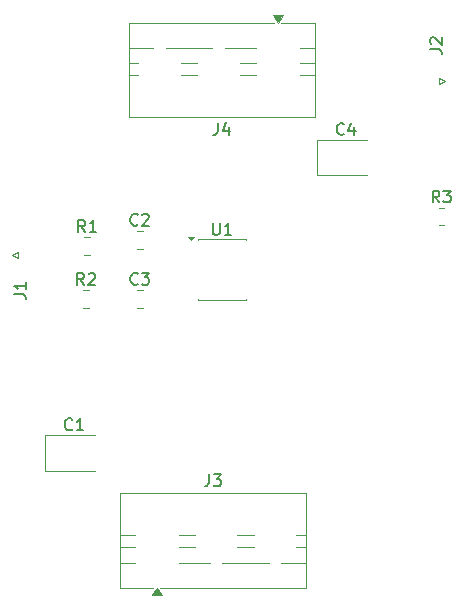
<source format=gbr>
%TF.GenerationSoftware,KiCad,Pcbnew,9.0.6*%
%TF.CreationDate,2025-12-13T21:20:45-05:00*%
%TF.ProjectId,OpAMP,4f70414d-502e-46b6-9963-61645f706362,rev?*%
%TF.SameCoordinates,Original*%
%TF.FileFunction,Legend,Top*%
%TF.FilePolarity,Positive*%
%FSLAX46Y46*%
G04 Gerber Fmt 4.6, Leading zero omitted, Abs format (unit mm)*
G04 Created by KiCad (PCBNEW 9.0.6) date 2025-12-13 21:20:45*
%MOMM*%
%LPD*%
G01*
G04 APERTURE LIST*
%ADD10C,0.150000*%
%ADD11C,0.120000*%
G04 APERTURE END LIST*
D10*
X132883333Y-80679580D02*
X132835714Y-80727200D01*
X132835714Y-80727200D02*
X132692857Y-80774819D01*
X132692857Y-80774819D02*
X132597619Y-80774819D01*
X132597619Y-80774819D02*
X132454762Y-80727200D01*
X132454762Y-80727200D02*
X132359524Y-80631961D01*
X132359524Y-80631961D02*
X132311905Y-80536723D01*
X132311905Y-80536723D02*
X132264286Y-80346247D01*
X132264286Y-80346247D02*
X132264286Y-80203390D01*
X132264286Y-80203390D02*
X132311905Y-80012914D01*
X132311905Y-80012914D02*
X132359524Y-79917676D01*
X132359524Y-79917676D02*
X132454762Y-79822438D01*
X132454762Y-79822438D02*
X132597619Y-79774819D01*
X132597619Y-79774819D02*
X132692857Y-79774819D01*
X132692857Y-79774819D02*
X132835714Y-79822438D01*
X132835714Y-79822438D02*
X132883333Y-79870057D01*
X133264286Y-79870057D02*
X133311905Y-79822438D01*
X133311905Y-79822438D02*
X133407143Y-79774819D01*
X133407143Y-79774819D02*
X133645238Y-79774819D01*
X133645238Y-79774819D02*
X133740476Y-79822438D01*
X133740476Y-79822438D02*
X133788095Y-79870057D01*
X133788095Y-79870057D02*
X133835714Y-79965295D01*
X133835714Y-79965295D02*
X133835714Y-80060533D01*
X133835714Y-80060533D02*
X133788095Y-80203390D01*
X133788095Y-80203390D02*
X133216667Y-80774819D01*
X133216667Y-80774819D02*
X133835714Y-80774819D01*
X157632319Y-65833333D02*
X158346604Y-65833333D01*
X158346604Y-65833333D02*
X158489461Y-65880952D01*
X158489461Y-65880952D02*
X158584700Y-65976190D01*
X158584700Y-65976190D02*
X158632319Y-66119047D01*
X158632319Y-66119047D02*
X158632319Y-66214285D01*
X157727557Y-65404761D02*
X157679938Y-65357142D01*
X157679938Y-65357142D02*
X157632319Y-65261904D01*
X157632319Y-65261904D02*
X157632319Y-65023809D01*
X157632319Y-65023809D02*
X157679938Y-64928571D01*
X157679938Y-64928571D02*
X157727557Y-64880952D01*
X157727557Y-64880952D02*
X157822795Y-64833333D01*
X157822795Y-64833333D02*
X157918033Y-64833333D01*
X157918033Y-64833333D02*
X158060890Y-64880952D01*
X158060890Y-64880952D02*
X158632319Y-65452380D01*
X158632319Y-65452380D02*
X158632319Y-64833333D01*
X127333333Y-98009580D02*
X127285714Y-98057200D01*
X127285714Y-98057200D02*
X127142857Y-98104819D01*
X127142857Y-98104819D02*
X127047619Y-98104819D01*
X127047619Y-98104819D02*
X126904762Y-98057200D01*
X126904762Y-98057200D02*
X126809524Y-97961961D01*
X126809524Y-97961961D02*
X126761905Y-97866723D01*
X126761905Y-97866723D02*
X126714286Y-97676247D01*
X126714286Y-97676247D02*
X126714286Y-97533390D01*
X126714286Y-97533390D02*
X126761905Y-97342914D01*
X126761905Y-97342914D02*
X126809524Y-97247676D01*
X126809524Y-97247676D02*
X126904762Y-97152438D01*
X126904762Y-97152438D02*
X127047619Y-97104819D01*
X127047619Y-97104819D02*
X127142857Y-97104819D01*
X127142857Y-97104819D02*
X127285714Y-97152438D01*
X127285714Y-97152438D02*
X127333333Y-97200057D01*
X128285714Y-98104819D02*
X127714286Y-98104819D01*
X128000000Y-98104819D02*
X128000000Y-97104819D01*
X128000000Y-97104819D02*
X127904762Y-97247676D01*
X127904762Y-97247676D02*
X127809524Y-97342914D01*
X127809524Y-97342914D02*
X127714286Y-97390533D01*
X150333333Y-73009580D02*
X150285714Y-73057200D01*
X150285714Y-73057200D02*
X150142857Y-73104819D01*
X150142857Y-73104819D02*
X150047619Y-73104819D01*
X150047619Y-73104819D02*
X149904762Y-73057200D01*
X149904762Y-73057200D02*
X149809524Y-72961961D01*
X149809524Y-72961961D02*
X149761905Y-72866723D01*
X149761905Y-72866723D02*
X149714286Y-72676247D01*
X149714286Y-72676247D02*
X149714286Y-72533390D01*
X149714286Y-72533390D02*
X149761905Y-72342914D01*
X149761905Y-72342914D02*
X149809524Y-72247676D01*
X149809524Y-72247676D02*
X149904762Y-72152438D01*
X149904762Y-72152438D02*
X150047619Y-72104819D01*
X150047619Y-72104819D02*
X150142857Y-72104819D01*
X150142857Y-72104819D02*
X150285714Y-72152438D01*
X150285714Y-72152438D02*
X150333333Y-72200057D01*
X151190476Y-72438152D02*
X151190476Y-73104819D01*
X150952381Y-72057200D02*
X150714286Y-72771485D01*
X150714286Y-72771485D02*
X151333333Y-72771485D01*
X132883333Y-85679580D02*
X132835714Y-85727200D01*
X132835714Y-85727200D02*
X132692857Y-85774819D01*
X132692857Y-85774819D02*
X132597619Y-85774819D01*
X132597619Y-85774819D02*
X132454762Y-85727200D01*
X132454762Y-85727200D02*
X132359524Y-85631961D01*
X132359524Y-85631961D02*
X132311905Y-85536723D01*
X132311905Y-85536723D02*
X132264286Y-85346247D01*
X132264286Y-85346247D02*
X132264286Y-85203390D01*
X132264286Y-85203390D02*
X132311905Y-85012914D01*
X132311905Y-85012914D02*
X132359524Y-84917676D01*
X132359524Y-84917676D02*
X132454762Y-84822438D01*
X132454762Y-84822438D02*
X132597619Y-84774819D01*
X132597619Y-84774819D02*
X132692857Y-84774819D01*
X132692857Y-84774819D02*
X132835714Y-84822438D01*
X132835714Y-84822438D02*
X132883333Y-84870057D01*
X133216667Y-84774819D02*
X133835714Y-84774819D01*
X133835714Y-84774819D02*
X133502381Y-85155771D01*
X133502381Y-85155771D02*
X133645238Y-85155771D01*
X133645238Y-85155771D02*
X133740476Y-85203390D01*
X133740476Y-85203390D02*
X133788095Y-85251009D01*
X133788095Y-85251009D02*
X133835714Y-85346247D01*
X133835714Y-85346247D02*
X133835714Y-85584342D01*
X133835714Y-85584342D02*
X133788095Y-85679580D01*
X133788095Y-85679580D02*
X133740476Y-85727200D01*
X133740476Y-85727200D02*
X133645238Y-85774819D01*
X133645238Y-85774819D02*
X133359524Y-85774819D01*
X133359524Y-85774819D02*
X133264286Y-85727200D01*
X133264286Y-85727200D02*
X133216667Y-85679580D01*
X139238095Y-80554819D02*
X139238095Y-81364342D01*
X139238095Y-81364342D02*
X139285714Y-81459580D01*
X139285714Y-81459580D02*
X139333333Y-81507200D01*
X139333333Y-81507200D02*
X139428571Y-81554819D01*
X139428571Y-81554819D02*
X139619047Y-81554819D01*
X139619047Y-81554819D02*
X139714285Y-81507200D01*
X139714285Y-81507200D02*
X139761904Y-81459580D01*
X139761904Y-81459580D02*
X139809523Y-81364342D01*
X139809523Y-81364342D02*
X139809523Y-80554819D01*
X140809523Y-81554819D02*
X140238095Y-81554819D01*
X140523809Y-81554819D02*
X140523809Y-80554819D01*
X140523809Y-80554819D02*
X140428571Y-80697676D01*
X140428571Y-80697676D02*
X140333333Y-80792914D01*
X140333333Y-80792914D02*
X140238095Y-80840533D01*
X158420833Y-78804819D02*
X158087500Y-78328628D01*
X157849405Y-78804819D02*
X157849405Y-77804819D01*
X157849405Y-77804819D02*
X158230357Y-77804819D01*
X158230357Y-77804819D02*
X158325595Y-77852438D01*
X158325595Y-77852438D02*
X158373214Y-77900057D01*
X158373214Y-77900057D02*
X158420833Y-77995295D01*
X158420833Y-77995295D02*
X158420833Y-78138152D01*
X158420833Y-78138152D02*
X158373214Y-78233390D01*
X158373214Y-78233390D02*
X158325595Y-78281009D01*
X158325595Y-78281009D02*
X158230357Y-78328628D01*
X158230357Y-78328628D02*
X157849405Y-78328628D01*
X158754167Y-77804819D02*
X159373214Y-77804819D01*
X159373214Y-77804819D02*
X159039881Y-78185771D01*
X159039881Y-78185771D02*
X159182738Y-78185771D01*
X159182738Y-78185771D02*
X159277976Y-78233390D01*
X159277976Y-78233390D02*
X159325595Y-78281009D01*
X159325595Y-78281009D02*
X159373214Y-78376247D01*
X159373214Y-78376247D02*
X159373214Y-78614342D01*
X159373214Y-78614342D02*
X159325595Y-78709580D01*
X159325595Y-78709580D02*
X159277976Y-78757200D01*
X159277976Y-78757200D02*
X159182738Y-78804819D01*
X159182738Y-78804819D02*
X158897024Y-78804819D01*
X158897024Y-78804819D02*
X158801786Y-78757200D01*
X158801786Y-78757200D02*
X158754167Y-78709580D01*
X128333333Y-85804819D02*
X128000000Y-85328628D01*
X127761905Y-85804819D02*
X127761905Y-84804819D01*
X127761905Y-84804819D02*
X128142857Y-84804819D01*
X128142857Y-84804819D02*
X128238095Y-84852438D01*
X128238095Y-84852438D02*
X128285714Y-84900057D01*
X128285714Y-84900057D02*
X128333333Y-84995295D01*
X128333333Y-84995295D02*
X128333333Y-85138152D01*
X128333333Y-85138152D02*
X128285714Y-85233390D01*
X128285714Y-85233390D02*
X128238095Y-85281009D01*
X128238095Y-85281009D02*
X128142857Y-85328628D01*
X128142857Y-85328628D02*
X127761905Y-85328628D01*
X128714286Y-84900057D02*
X128761905Y-84852438D01*
X128761905Y-84852438D02*
X128857143Y-84804819D01*
X128857143Y-84804819D02*
X129095238Y-84804819D01*
X129095238Y-84804819D02*
X129190476Y-84852438D01*
X129190476Y-84852438D02*
X129238095Y-84900057D01*
X129238095Y-84900057D02*
X129285714Y-84995295D01*
X129285714Y-84995295D02*
X129285714Y-85090533D01*
X129285714Y-85090533D02*
X129238095Y-85233390D01*
X129238095Y-85233390D02*
X128666667Y-85804819D01*
X128666667Y-85804819D02*
X129285714Y-85804819D01*
X128420833Y-81304819D02*
X128087500Y-80828628D01*
X127849405Y-81304819D02*
X127849405Y-80304819D01*
X127849405Y-80304819D02*
X128230357Y-80304819D01*
X128230357Y-80304819D02*
X128325595Y-80352438D01*
X128325595Y-80352438D02*
X128373214Y-80400057D01*
X128373214Y-80400057D02*
X128420833Y-80495295D01*
X128420833Y-80495295D02*
X128420833Y-80638152D01*
X128420833Y-80638152D02*
X128373214Y-80733390D01*
X128373214Y-80733390D02*
X128325595Y-80781009D01*
X128325595Y-80781009D02*
X128230357Y-80828628D01*
X128230357Y-80828628D02*
X127849405Y-80828628D01*
X129373214Y-81304819D02*
X128801786Y-81304819D01*
X129087500Y-81304819D02*
X129087500Y-80304819D01*
X129087500Y-80304819D02*
X128992262Y-80447676D01*
X128992262Y-80447676D02*
X128897024Y-80542914D01*
X128897024Y-80542914D02*
X128801786Y-80590533D01*
X139666666Y-72074819D02*
X139666666Y-72789104D01*
X139666666Y-72789104D02*
X139619047Y-72931961D01*
X139619047Y-72931961D02*
X139523809Y-73027200D01*
X139523809Y-73027200D02*
X139380952Y-73074819D01*
X139380952Y-73074819D02*
X139285714Y-73074819D01*
X140571428Y-72408152D02*
X140571428Y-73074819D01*
X140333333Y-72027200D02*
X140095238Y-72741485D01*
X140095238Y-72741485D02*
X140714285Y-72741485D01*
X138916666Y-101834819D02*
X138916666Y-102549104D01*
X138916666Y-102549104D02*
X138869047Y-102691961D01*
X138869047Y-102691961D02*
X138773809Y-102787200D01*
X138773809Y-102787200D02*
X138630952Y-102834819D01*
X138630952Y-102834819D02*
X138535714Y-102834819D01*
X139297619Y-101834819D02*
X139916666Y-101834819D01*
X139916666Y-101834819D02*
X139583333Y-102215771D01*
X139583333Y-102215771D02*
X139726190Y-102215771D01*
X139726190Y-102215771D02*
X139821428Y-102263390D01*
X139821428Y-102263390D02*
X139869047Y-102311009D01*
X139869047Y-102311009D02*
X139916666Y-102406247D01*
X139916666Y-102406247D02*
X139916666Y-102644342D01*
X139916666Y-102644342D02*
X139869047Y-102739580D01*
X139869047Y-102739580D02*
X139821428Y-102787200D01*
X139821428Y-102787200D02*
X139726190Y-102834819D01*
X139726190Y-102834819D02*
X139440476Y-102834819D01*
X139440476Y-102834819D02*
X139345238Y-102787200D01*
X139345238Y-102787200D02*
X139297619Y-102739580D01*
X122414819Y-86583333D02*
X123129104Y-86583333D01*
X123129104Y-86583333D02*
X123271961Y-86630952D01*
X123271961Y-86630952D02*
X123367200Y-86726190D01*
X123367200Y-86726190D02*
X123414819Y-86869047D01*
X123414819Y-86869047D02*
X123414819Y-86964285D01*
X123414819Y-85583333D02*
X123414819Y-86154761D01*
X123414819Y-85869047D02*
X122414819Y-85869047D01*
X122414819Y-85869047D02*
X122557676Y-85964285D01*
X122557676Y-85964285D02*
X122652914Y-86059523D01*
X122652914Y-86059523D02*
X122700533Y-86154761D01*
D11*
%TO.C,C2*%
X132788748Y-81265000D02*
X133311252Y-81265000D01*
X132788748Y-82735000D02*
X133311252Y-82735000D01*
%TO.C,J2*%
X158927500Y-68500000D02*
X158427500Y-68250000D01*
X158427500Y-68750000D02*
X158927500Y-68500000D01*
X158427500Y-68250000D02*
X158427500Y-68750000D01*
%TO.C,C1*%
X125030000Y-98490000D02*
X125030000Y-101510000D01*
X125030000Y-101510000D02*
X129250000Y-101510000D01*
X129250000Y-98490000D02*
X125030000Y-98490000D01*
%TO.C,C4*%
X152250000Y-73490000D02*
X148030000Y-73490000D01*
X148030000Y-76510000D02*
X152250000Y-76510000D01*
X148030000Y-73490000D02*
X148030000Y-76510000D01*
%TO.C,C3*%
X132788748Y-87735000D02*
X133311252Y-87735000D01*
X132788748Y-86265000D02*
X133311252Y-86265000D01*
%TO.C,U1*%
X137400000Y-82030000D02*
X137160000Y-81700000D01*
X137640000Y-81700000D01*
X137400000Y-82030000D01*
G36*
X137400000Y-82030000D02*
G01*
X137160000Y-81700000D01*
X137640000Y-81700000D01*
X137400000Y-82030000D01*
G37*
X142060000Y-87060000D02*
X137940000Y-87060000D01*
X142060000Y-86965000D02*
X142060000Y-87060000D01*
X142060000Y-81940000D02*
X142060000Y-82035000D01*
X137940000Y-87060000D02*
X137940000Y-86965000D01*
X137940000Y-82035000D02*
X137940000Y-81940000D01*
X137940000Y-81940000D02*
X142060000Y-81940000D01*
%TO.C,R3*%
X158360436Y-79265000D02*
X158814564Y-79265000D01*
X158360436Y-80735000D02*
X158814564Y-80735000D01*
%TO.C,R2*%
X128272936Y-86265000D02*
X128727064Y-86265000D01*
X128272936Y-87735000D02*
X128727064Y-87735000D01*
%TO.C,R1*%
X128360436Y-81765000D02*
X128814564Y-81765000D01*
X128360436Y-83235000D02*
X128814564Y-83235000D01*
%TO.C,J4*%
X147870000Y-71620000D02*
X132130000Y-71620000D01*
X147870000Y-68000000D02*
X146630000Y-68000000D01*
X147870000Y-67000000D02*
X146630000Y-67000000D01*
X147870000Y-65700000D02*
X146630000Y-65700000D01*
X147870000Y-63580000D02*
X147870000Y-71620000D01*
X145050000Y-63580000D02*
X147870000Y-63580000D01*
X142870000Y-68000000D02*
X141562000Y-68000000D01*
X142870000Y-67000000D02*
X141562000Y-67000000D01*
X142870000Y-65700000D02*
X140293000Y-65700000D01*
X139207000Y-65700000D02*
X135293000Y-65700000D01*
X137938000Y-68000000D02*
X136562000Y-68000000D01*
X137938000Y-67000000D02*
X136562000Y-67000000D01*
X134207000Y-65700000D02*
X132130000Y-65700000D01*
X132938000Y-68000000D02*
X132130000Y-68000000D01*
X132938000Y-67000000D02*
X132130000Y-67000000D01*
X132130000Y-71620000D02*
X132130000Y-63580000D01*
X132130000Y-63580000D02*
X144450000Y-63580000D01*
X144750000Y-63580000D02*
X144310000Y-62970000D01*
X145190000Y-62970000D01*
X144750000Y-63580000D01*
G36*
X144750000Y-63580000D02*
G01*
X144310000Y-62970000D01*
X145190000Y-62970000D01*
X144750000Y-63580000D01*
G37*
%TO.C,J3*%
X131380000Y-103380000D02*
X147120000Y-103380000D01*
X131380000Y-107000000D02*
X132620000Y-107000000D01*
X131380000Y-108000000D02*
X132620000Y-108000000D01*
X131380000Y-109300000D02*
X132620000Y-109300000D01*
X131380000Y-111420000D02*
X131380000Y-103380000D01*
X134200000Y-111420000D02*
X131380000Y-111420000D01*
X136380000Y-107000000D02*
X137688000Y-107000000D01*
X136380000Y-108000000D02*
X137688000Y-108000000D01*
X136380000Y-109300000D02*
X138957000Y-109300000D01*
X140043000Y-109300000D02*
X143957000Y-109300000D01*
X141312000Y-107000000D02*
X142688000Y-107000000D01*
X141312000Y-108000000D02*
X142688000Y-108000000D01*
X145043000Y-109300000D02*
X147120000Y-109300000D01*
X146312000Y-107000000D02*
X147120000Y-107000000D01*
X146312000Y-108000000D02*
X147120000Y-108000000D01*
X147120000Y-103380000D02*
X147120000Y-111420000D01*
X147120000Y-111420000D02*
X134800000Y-111420000D01*
X134940000Y-112030000D02*
X134060000Y-112030000D01*
X134500000Y-111420000D01*
X134940000Y-112030000D01*
G36*
X134940000Y-112030000D02*
G01*
X134060000Y-112030000D01*
X134500000Y-111420000D01*
X134940000Y-112030000D01*
G37*
%TO.C,J1*%
X122710000Y-83500000D02*
X122710000Y-83000000D01*
X122710000Y-83000000D02*
X122210000Y-83250000D01*
X122210000Y-83250000D02*
X122710000Y-83500000D01*
%TD*%
M02*

</source>
